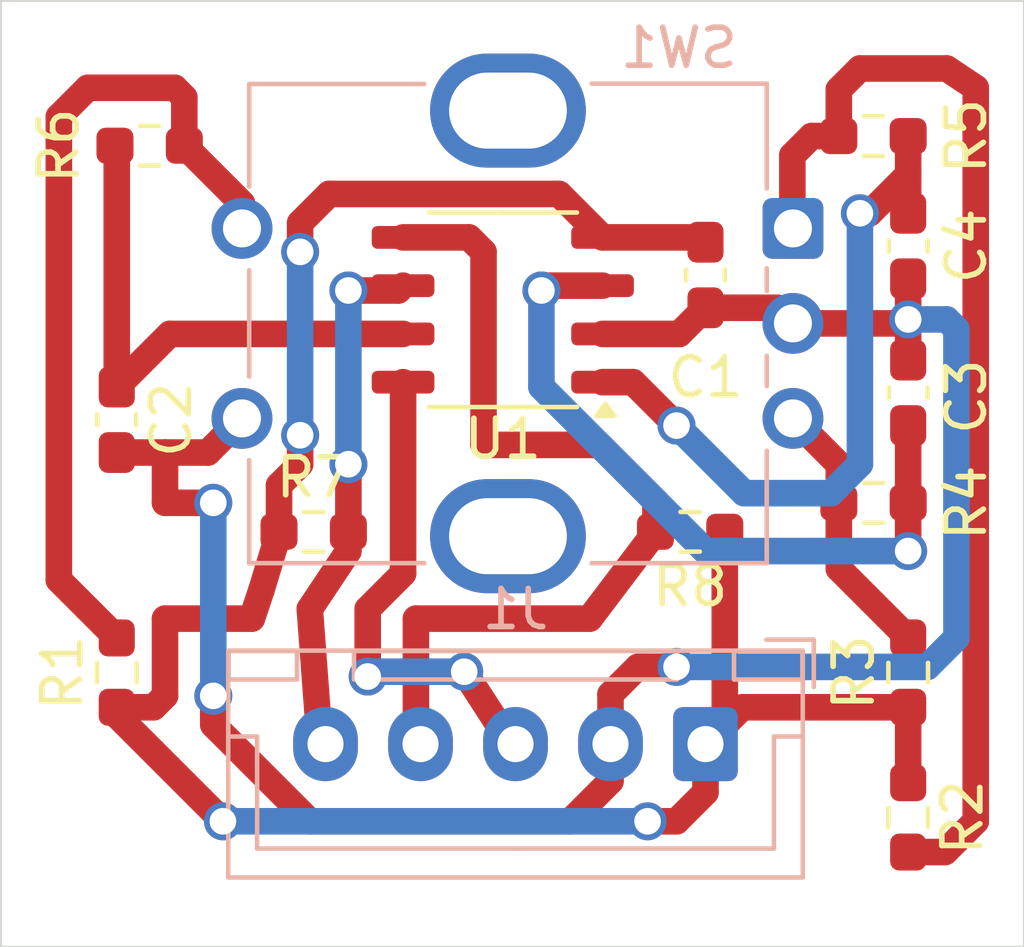
<source format=kicad_pcb>
(kicad_pcb (version 20240108) (generator "pcbnew") (generator_version "8.0")
  (layers (0 "F.Cu" signal) (31 "B.Cu" signal) (34 "B.Paste" user) (35 "F.Paste" user) (36 "B.SilkS" user "B.Silkscreen") (37 "F.SilkS" user "F.Silkscreen") (38 "B.Mask" user) (39 "F.Mask" user) (44 "Edge.Cuts" user))
  (net 0 "")
  (net 1 "+3V3")
  (net 2 "GND")
  (net 3 "Net-(U1-PC4)")
  (net 4 "Net-(U1-PA2)")
  (net 5 "Net-(U1-PD6{slash}PA1)")
  (net 6 "/SCL")
  (net 7 "/SDA")
  (net 8 "/SWD")
  (net 9 "Net-(R1-Pad2)")
  (net 10 "Net-(R2-Pad2)")
  (net 11 "Net-(R3-Pad2)")
  (footprint "Package_SO:SOP-8_3.9x4.9mm_P1.27mm" (layer "F.Cu") (at 32.004 34.036 180)
    (property "Reference" "U1" (at 0 -3.4 180) (layer "F.SilkS"))
    (property "Value" "CH32V003JxMx" (hide yes))
    (fp_line (start 0 2.56) (end 1.95 2.56) (stroke (width 0.12)) (layer "F.SilkS"))
    (fp_line (start 0 2.56) (end -1.95 2.56) (stroke (width 0.12)) (layer "F.SilkS"))
    (fp_line (start 0 -2.56) (end 1.95 -2.56) (stroke (width 0.12)) (layer "F.SilkS"))
    (fp_line (start 0 -2.56) (end -1.95 -2.56) (stroke (width 0.12)) (layer "F.SilkS"))
    (fp_poly (pts (xy -2.7 -2.465) (xy -2.94 -2.795) (xy -2.46 -2.795) (xy -2.7 -2.465)) (stroke (width 0.12)) (fill solid) (layer "F.SilkS"))
    (pad "1" smd roundrect (at -2.625 -1.905 180) (size 1.65 0.6) (layers "F.Cu" "F.Paste" "F.Mask") (net 5 "Net-(U1-PD6{slash}PA1)"))
    (pad "2" smd roundrect (at -2.625 -0.635 180) (size 1.65 0.6) (layers "F.Cu" "F.Paste" "F.Mask") (net 2 "GND"))
    (pad "3" smd roundrect (at -2.625 0.635 180) (size 1.65 0.6) (layers "F.Cu" "F.Paste" "F.Mask") (net 4 "Net-(U1-PA2)"))
    (pad "4" smd roundrect (at -2.625 1.905 180) (size 1.65 0.6) (layers "F.Cu" "F.Paste" "F.Mask") (net 1 "+3V3"))
    (pad "5" smd roundrect (at 2.625 1.905 180) (size 1.65 0.6) (layers "F.Cu" "F.Paste" "F.Mask") (net 7 "/SDA"))
    (pad "6" smd roundrect (at 2.625 0.635 180) (size 1.65 0.6) (layers "F.Cu" "F.Paste" "F.Mask") (net 6 "/SCL"))
    (pad "7" smd roundrect (at 2.625 -0.635 180) (size 1.65 0.6) (layers "F.Cu" "F.Paste" "F.Mask") (net 3 "Net-(U1-PC4)"))
    (pad "8" smd roundrect (at 2.625 -1.905 180) (size 1.65 0.6) (layers "F.Cu" "F.Paste" "F.Mask") (net 8 "/SWD"))
  )
  (footprint "Resistor_SMD:R_0603_1608Metric_Pad0.98x0.95mm_HandSolder" (layer "F.Cu") (at 41.7595 29.464)
    (property "Reference" "R5" (at 2.4365 0 90) (layer "F.SilkS"))
    (property "Value" "10kΩ")
    (fp_line (start -0.254724 -0.5225) (end 0.254724 -0.5225) (stroke (width 0.12)) (layer "F.SilkS"))
    (fp_line (start -0.254724 0.5225) (end 0.254724 0.5225) (stroke (width 0.12)) (layer "F.SilkS"))
    (pad "1" smd roundrect (at -0.9125 0) (size 0.975 0.95) (layers "F.Cu" "F.Paste" "F.Mask") (net 10 "Net-(R2-Pad2)"))
    (pad "2" smd roundrect (at 0.9125 0) (size 0.975 0.95) (layers "F.Cu" "F.Paste" "F.Mask") (net 5 "Net-(U1-PD6{slash}PA1)"))
  )
  (footprint "Resistor_SMD:R_0603_1608Metric_Pad0.98x0.95mm_HandSolder" (layer "F.Cu") (at 21.844 43.5845 90)
    (property "Reference" "R1" (at 0 -1.43 -90) (layer "F.SilkS"))
    (property "Value" "100kΩ")
    (fp_line (start -0.254724 -0.5225) (end 0.254724 -0.5225) (stroke (width 0.12)) (layer "F.SilkS"))
    (fp_line (start -0.254724 0.5225) (end 0.254724 0.5225) (stroke (width 0.12)) (layer "F.SilkS"))
    (pad "1" smd roundrect (at -0.9125 0 90) (size 0.975 0.95) (layers "F.Cu" "F.Paste" "F.Mask") (net 1 "+3V3"))
    (pad "2" smd roundrect (at 0.9125 0 90) (size 0.975 0.95) (layers "F.Cu" "F.Paste" "F.Mask") (net 9 "Net-(R1-Pad2)"))
  )
  (footprint "Capacitor_SMD:C_0603_1608Metric_Pad1.08x0.95mm_HandSolder" (layer "F.Cu") (at 21.844 36.9305 -90)
    (property "Reference" "C2" (at 0 -1.43 90) (layer "F.SilkS"))
    (property "Value" "100nF")
    (fp_line (start -0.146267 0.51) (end 0.146267 0.51) (stroke (width 0.12)) (layer "F.SilkS"))
    (fp_line (start -0.146267 -0.51) (end 0.146267 -0.51) (stroke (width 0.12)) (layer "F.SilkS"))
    (pad "1" smd roundrect (at -0.8625 0 270) (size 1.075 0.95) (layers "F.Cu" "F.Paste" "F.Mask") (net 3 "Net-(U1-PC4)"))
    (pad "2" smd roundrect (at 0.8625 0 270) (size 1.075 0.95) (layers "F.Cu" "F.Paste" "F.Mask") (net 2 "GND"))
  )
  (footprint "Resistor_SMD:R_0603_1608Metric_Pad0.98x0.95mm_HandSolder" (layer "F.Cu") (at 42.672 43.5845 90)
    (property "Reference" "R3" (at 0 -1.43 -90) (layer "F.SilkS"))
    (property "Value" "100kΩ")
    (fp_line (start -0.254724 -0.5225) (end 0.254724 -0.5225) (stroke (width 0.12)) (layer "F.SilkS"))
    (fp_line (start -0.254724 0.5225) (end 0.254724 0.5225) (stroke (width 0.12)) (layer "F.SilkS"))
    (pad "1" smd roundrect (at -0.9125 0 90) (size 0.975 0.95) (layers "F.Cu" "F.Paste" "F.Mask") (net 1 "+3V3"))
    (pad "2" smd roundrect (at 0.9125 0 90) (size 0.975 0.95) (layers "F.Cu" "F.Paste" "F.Mask") (net 11 "Net-(R3-Pad2)"))
  )
  (footprint "Resistor_SMD:R_0603_1608Metric_Pad0.98x0.95mm_HandSolder" (layer "F.Cu") (at 36.9335 39.878 180)
    (property "Reference" "R8" (at 0 -1.43 180) (layer "F.SilkS"))
    (property "Value" "∞")
    (fp_line (start -0.254724 0.5225) (end 0.254724 0.5225) (stroke (width 0.12)) (layer "F.SilkS"))
    (fp_line (start -0.254724 -0.5225) (end 0.254724 -0.5225) (stroke (width 0.12)) (layer "F.SilkS"))
    (pad "1" smd roundrect (at -0.9125 0 180) (size 0.975 0.95) (layers "F.Cu" "F.Paste" "F.Mask") (net 1 "+3V3"))
    (pad "2" smd roundrect (at 0.9125 0 180) (size 0.975 0.95) (layers "F.Cu" "F.Paste" "F.Mask") (net 7 "/SDA"))
  )
  (footprint "Resistor_SMD:R_0603_1608Metric_Pad0.98x0.95mm_HandSolder" (layer "F.Cu") (at 42.672 47.3945 -90)
    (property "Reference" "R2" (at 0 -1.43 90) (layer "F.SilkS"))
    (property "Value" "100kΩ")
    (fp_line (start -0.254724 0.5225) (end 0.254724 0.5225) (stroke (width 0.12)) (layer "F.SilkS"))
    (fp_line (start -0.254724 -0.5225) (end 0.254724 -0.5225) (stroke (width 0.12)) (layer "F.SilkS"))
    (pad "1" smd roundrect (at -0.9125 0 270) (size 0.975 0.95) (layers "F.Cu" "F.Paste" "F.Mask") (net 1 "+3V3"))
    (pad "2" smd roundrect (at 0.9125 0 270) (size 0.975 0.95) (layers "F.Cu" "F.Paste" "F.Mask") (net 10 "Net-(R2-Pad2)"))
  )
  (footprint "Resistor_SMD:R_0603_1608Metric_Pad0.98x0.95mm_HandSolder" (layer "F.Cu") (at 41.7595 39.116)
    (property "Reference" "R4" (at 2.4365 0 90) (layer "F.SilkS"))
    (property "Value" "10kΩ")
    (fp_line (start -0.254724 -0.5225) (end 0.254724 -0.5225) (stroke (width 0.12)) (layer "F.SilkS"))
    (fp_line (start -0.254724 0.5225) (end 0.254724 0.5225) (stroke (width 0.12)) (layer "F.SilkS"))
    (pad "1" smd roundrect (at -0.9125 0) (size 0.975 0.95) (layers "F.Cu" "F.Paste" "F.Mask") (net 11 "Net-(R3-Pad2)"))
    (pad "2" smd roundrect (at 0.9125 0) (size 0.975 0.95) (layers "F.Cu" "F.Paste" "F.Mask") (net 4 "Net-(U1-PA2)"))
  )
  (footprint "Resistor_SMD:R_0603_1608Metric_Pad0.98x0.95mm_HandSolder" (layer "F.Cu") (at 27.0275 39.878)
    (property "Reference" "R7" (at 0 -1.43 0) (layer "F.SilkS"))
    (property "Value" "∞")
    (fp_line (start -0.254724 -0.5225) (end 0.254724 -0.5225) (stroke (width 0.12)) (layer "F.SilkS"))
    (fp_line (start -0.254724 0.5225) (end 0.254724 0.5225) (stroke (width 0.12)) (layer "F.SilkS"))
    (pad "1" smd roundrect (at -0.9125 0) (size 0.975 0.95) (layers "F.Cu" "F.Paste" "F.Mask") (net 1 "+3V3"))
    (pad "2" smd roundrect (at 0.9125 0) (size 0.975 0.95) (layers "F.Cu" "F.Paste" "F.Mask") (net 6 "/SCL"))
  )
  (footprint "Capacitor_SMD:C_0603_1608Metric_Pad1.08x0.95mm_HandSolder" (layer "F.Cu") (at 37.338 33.1205 -90)
    (property "Reference" "C1" (at 2.6935 0 180) (layer "F.SilkS"))
    (property "Value" "100n")
    (fp_line (start -0.146267 0.51) (end 0.146267 0.51) (stroke (width 0.12)) (layer "F.SilkS"))
    (fp_line (start -0.146267 -0.51) (end 0.146267 -0.51) (stroke (width 0.12)) (layer "F.SilkS"))
    (pad "1" smd roundrect (at -0.8625 0 270) (size 1.075 0.95) (layers "F.Cu" "F.Paste" "F.Mask") (net 1 "+3V3"))
    (pad "2" smd roundrect (at 0.8625 0 270) (size 1.075 0.95) (layers "F.Cu" "F.Paste" "F.Mask") (net 2 "GND"))
  )
  (footprint "Capacitor_SMD:C_0603_1608Metric_Pad1.08x0.95mm_HandSolder" (layer "F.Cu") (at 42.672 36.2215 90)
    (property "Reference" "C3" (at -0.1005 1.524 -90) (layer "F.SilkS"))
    (property "Value" "100n")
    (fp_line (start -0.146267 -0.51) (end 0.146267 -0.51) (stroke (width 0.12)) (layer "F.SilkS"))
    (fp_line (start -0.146267 0.51) (end 0.146267 0.51) (stroke (width 0.12)) (layer "F.SilkS"))
    (pad "1" smd roundrect (at -0.8625 0 90) (size 1.075 0.95) (layers "F.Cu" "F.Paste" "F.Mask") (net 4 "Net-(U1-PA2)"))
    (pad "2" smd roundrect (at 0.8625 0 90) (size 1.075 0.95) (layers "F.Cu" "F.Paste" "F.Mask") (net 2 "GND"))
  )
  (footprint "Capacitor_SMD:C_0603_1608Metric_Pad1.08x0.95mm_HandSolder" (layer "F.Cu") (at 42.672 32.3585 -90)
    (property "Reference" "C4" (at 0 -1.524 90) (layer "F.SilkS"))
    (property "Value" "100n")
    (fp_line (start -0.146267 0.51) (end 0.146267 0.51) (stroke (width 0.12)) (layer "F.SilkS"))
    (fp_line (start -0.146267 -0.51) (end 0.146267 -0.51) (stroke (width 0.12)) (layer "F.SilkS"))
    (pad "1" smd roundrect (at -0.8625 0 270) (size 1.075 0.95) (layers "F.Cu" "F.Paste" "F.Mask") (net 5 "Net-(U1-PD6{slash}PA1)"))
    (pad "2" smd roundrect (at 0.8625 0 270) (size 1.075 0.95) (layers "F.Cu" "F.Paste" "F.Mask") (net 2 "GND"))
  )
  (footprint "Resistor_SMD:R_0603_1608Metric_Pad0.98x0.95mm_HandSolder" (layer "F.Cu") (at 22.7095 29.718 180)
    (property "Reference" "R6" (at 2.3895 0 -90) (layer "F.SilkS"))
    (property "Value" "10kΩ")
    (fp_line (start -0.254724 0.5225) (end 0.254724 0.5225) (stroke (width 0.12)) (layer "F.SilkS"))
    (fp_line (start -0.254724 -0.5225) (end 0.254724 -0.5225) (stroke (width 0.12)) (layer "F.SilkS"))
    (pad "1" smd roundrect (at -0.9125 0 180) (size 0.975 0.95) (layers "F.Cu" "F.Paste" "F.Mask") (net 9 "Net-(R1-Pad2)"))
    (pad "2" smd roundrect (at 0.9125 0 180) (size 0.975 0.95) (layers "F.Cu" "F.Paste" "F.Mask") (net 3 "Net-(U1-PC4)"))
  )
  (footprint "Rotary_Encoder:RotaryEncoder_Bourns_Vertical_PEC12R-3x17F-Sxxxx" (layer "B.Cu") (at 39.6395 31.894 180)
    (property "Reference" "SW1" (at 3 4.75 180) (layer "B.SilkS") (effects (justify mirror)))
    (property "Value" "RotaryEncoder_Switch" (hide yes))
    (fp_line (start 14.31 3.8) (end 9.7 3.8) (stroke (width 0.12)) (layer "B.SilkS"))
    (fp_line (start 14.31 1.1) (end 14.31 3.8) (stroke (width 0.12)) (layer "B.SilkS"))
    (fp_line (start 14.31 -3.9) (end 14.31 -1.1) (stroke (width 0.12)) (layer "B.SilkS"))
    (fp_line (start 14.31 -8.81) (end 14.31 -6.1) (stroke (width 0.12)) (layer "B.SilkS"))
    (fp_line (start 9.7 -8.81) (end 14.31 -8.81) (stroke (width 0.12)) (layer "B.SilkS"))
    (fp_line (start 5.3 3.81) (end 0.69 3.81) (stroke (width 0.12)) (layer "B.SilkS"))
    (fp_line (start 0.69 3.81) (end 0.69 1.05) (stroke (width 0.12)) (layer "B.SilkS"))
    (fp_line (start 0.69 -1.65) (end 0.69 -1.05) (stroke (width 0.12)) (layer "B.SilkS"))
    (fp_line (start 0.69 -4.15) (end 0.69 -3.35) (stroke (width 0.12)) (layer "B.SilkS"))
    (fp_line (start 0.69 -8.81) (end 5.3 -8.81) (stroke (width 0.12)) (layer "B.SilkS"))
    (fp_line (start 0.69 -8.81) (end 0.69 -5.85) (stroke (width 0.12)) (layer "B.SilkS"))
    (pad "A" thru_hole roundrect (at 0 0 180) (size 1.6 1.6) (drill 1) (layers "*.Cu" "*.Mask") (roundrect_rratio 0.15625) (net 10 "Net-(R2-Pad2)"))
    (pad "B" thru_hole circle (at 0 -5 180) (size 1.6 1.6) (drill 1) (layers "*.Cu" "*.Mask") (net 11 "Net-(R3-Pad2)"))
    (pad "C" thru_hole circle (at 0 -2.5 180) (size 1.6 1.6) (drill 1) (layers "*.Cu" "*.Mask") (net 2 "GND"))
    (pad "S1" thru_hole circle (at 14.5 0 180) (size 1.6 1.6) (drill 1) (layers "*.Cu" "*.Mask") (net 9 "Net-(R1-Pad2)"))
    (pad "S2" thru_hole circle (at 14.5 -5 180) (size 1.6 1.6) (drill 1) (layers "*.Cu" "*.Mask") (net 2 "GND"))
    (pad "SH" thru_hole oval (at 7.5 -8.1 180) (size 4.1 3) (drill oval 3.1 2) (layers "*.Cu" "*.Mask"))
    (pad "SH" thru_hole oval (at 7.5 3.1 180) (size 4.1 3) (drill oval 3.1 2) (layers "*.Cu" "*.Mask"))
  )
  (footprint "Connector_JST:JST_XH_B5B-XH-A_1x05_P2.50mm_Vertical" (layer "B.Cu") (at 37.338 45.466 180)
    (property "Reference" "J1" (at 5 3.55 180) (layer "B.SilkS") (effects (justify mirror)))
    (property "Value" "Conn" (hide yes))
    (fp_line (start 12.56 2.46) (end 12.56 -3.51) (stroke (width 0.12)) (layer "B.SilkS"))
    (fp_line (start 12.56 -3.51) (end -2.56 -3.51) (stroke (width 0.12)) (layer "B.SilkS"))
    (fp_line (start 12.55 2.45) (end 12.55 1.7) (stroke (width 0.12)) (layer "B.SilkS"))
    (fp_line (start 12.55 1.7) (end 10.75 1.7) (stroke (width 0.12)) (layer "B.SilkS"))
    (fp_line (start 11.8 0.2) (end 12.55 0.2) (stroke (width 0.12)) (layer "B.SilkS"))
    (fp_line (start 11.8 -2.75) (end 11.8 0.2) (stroke (width 0.12)) (layer "B.SilkS"))
    (fp_line (start 10.75 2.45) (end 12.55 2.45) (stroke (width 0.12)) (layer "B.SilkS"))
    (fp_line (start 10.75 1.7) (end 10.75 2.45) (stroke (width 0.12)) (layer "B.SilkS"))
    (fp_line (start 9.25 2.45) (end 9.25 1.7) (stroke (width 0.12)) (layer "B.SilkS"))
    (fp_line (start 9.25 1.7) (end 0.75 1.7) (stroke (width 0.12)) (layer "B.SilkS"))
    (fp_line (start 5 -2.75) (end 11.8 -2.75) (stroke (width 0.12)) (layer "B.SilkS"))
    (fp_line (start 5 -2.75) (end -1.8 -2.75) (stroke (width 0.12)) (layer "B.SilkS"))
    (fp_line (start 0.75 2.45) (end 9.25 2.45) (stroke (width 0.12)) (layer "B.SilkS"))
    (fp_line (start 0.75 1.7) (end 0.75 2.45) (stroke (width 0.12)) (layer "B.SilkS"))
    (fp_line (start -0.75 2.45) (end -0.75 1.7) (stroke (width 0.12)) (layer "B.SilkS"))
    (fp_line (start -0.75 1.7) (end -2.55 1.7) (stroke (width 0.12)) (layer "B.SilkS"))
    (fp_line (start -1.8 0.2) (end -2.55 0.2) (stroke (width 0.12)) (layer "B.SilkS"))
    (fp_line (start -1.8 -2.75) (end -1.8 0.2) (stroke (width 0.12)) (layer "B.SilkS"))
    (fp_line (start -2.55 2.45) (end -0.75 2.45) (stroke (width 0.12)) (layer "B.SilkS"))
    (fp_line (start -2.55 1.7) (end -2.55 2.45) (stroke (width 0.12)) (layer "B.SilkS"))
    (fp_line (start -2.56 2.46) (end 12.56 2.46) (stroke (width 0.12)) (layer "B.SilkS"))
    (fp_line (start -2.56 -3.51) (end -2.56 2.46) (stroke (width 0.12)) (layer "B.SilkS"))
    (fp_line (start -2.85 2.75) (end -1.6 2.75) (stroke (width 0.12)) (layer "B.SilkS"))
    (fp_line (start -2.85 1.5) (end -2.85 2.75) (stroke (width 0.12)) (layer "B.SilkS"))
    (pad "1" thru_hole roundrect (at 0 0 180) (size 1.7 1.95) (drill 0.95) (layers "*.Cu" "*.Mask") (roundrect_rratio 0.147059) (net 1 "+3V3"))
    (pad "2" thru_hole oval (at 2.5 0 180) (size 1.7 1.95) (drill 0.95) (layers "*.Cu" "*.Mask") (net 2 "GND"))
    (pad "3" thru_hole oval (at 5 0 180) (size 1.7 1.95) (drill 0.95) (layers "*.Cu" "*.Mask") (net 8 "/SWD"))
    (pad "4" thru_hole oval (at 7.5 0 180) (size 1.7 1.95) (drill 0.95) (layers "*.Cu" "*.Mask") (net 7 "/SDA"))
    (pad "5" thru_hole oval (at 10 0 180) (size 1.7 1.95) (drill 0.95) (layers "*.Cu" "*.Mask") (net 6 "/SCL"))
  )
  (gr_rect (start 18.796 25.908) (end 45.72 50.8) (stroke (width 0.05)) (fill none) (layer "Edge.Cuts"))
  (segment (start 21.844 44.704) (end 24.638 47.498) (width 0.7) (layer "F.Cu") (net 1))
  (segment (start 38.307 44.497) (end 37.338 45.466) (width 0.7) (layer "F.Cu") (net 1))
  (segment (start 42.672 44.497) (end 42.672 46.482) (width 0.7) (layer "F.Cu") (net 1))
  (segment (start 36.576 47.498) (end 37.338 46.736) (width 0.7) (layer "F.Cu") (net 1))
  (segment (start 26.115 38.655) (end 26.67 38.1) (width 0.7) (layer "F.Cu") (net 1))
  (segment (start 26.67 32.512) (end 26.67 31.75) (width 0.7) (layer "F.Cu") (net 1))
  (segment (start 22.813 44.497) (end 21.844 44.497) (width 0.7) (layer "F.Cu") (net 1))
  (segment (start 33.486 30.988) (end 34.629 32.131) (width 0.7) (layer "F.Cu") (net 1))
  (segment (start 27.432 30.988) (end 33.486 30.988) (width 0.7) (layer "F.Cu") (net 1))
  (segment (start 23.114 42.164) (end 23.114 44.196) (width 0.7) (layer "F.Cu") (net 1))
  (segment (start 42.672 44.497) (end 38.307 44.497) (width 0.7) (layer "F.Cu") (net 1))
  (segment (start 37.846 44.958) (end 37.338 45.466) (width 0.7) (layer "F.Cu") (net 1))
  (segment (start 26.67 31.75) (end 27.432 30.988) (width 0.7) (layer "F.Cu") (net 1))
  (segment (start 23.114 44.196) (end 22.813 44.497) (width 0.7) (layer "F.Cu") (net 1))
  (segment (start 37.846 39.878) (end 37.846 44.958) (width 0.7) (layer "F.Cu") (net 1))
  (segment (start 25.4 42.164) (end 23.114 42.164) (width 0.7) (layer "F.Cu") (net 1))
  (segment (start 37.338 46.736) (end 37.338 45.466) (width 0.7) (layer "F.Cu") (net 1))
  (segment (start 26.67 38.1) (end 26.67 37.338) (width 0.7) (layer "F.Cu") (net 1))
  (segment (start 25.654 41.402) (end 25.4 42.164) (width 0.7) (layer "F.Cu") (net 1))
  (segment (start 26.115 39.878) (end 26.115 38.655) (width 0.7) (layer "F.Cu") (net 1))
  (segment (start 26.115 39.878) (end 25.654 41.402) (width 0.7) (layer "F.Cu") (net 1))
  (segment (start 35.814 47.498) (end 36.576 47.498) (width 0.7) (layer "F.Cu") (net 1))
  (segment (start 21.844 44.497) (end 21.844 44.704) (width 0.7) (layer "F.Cu") (net 1))
  (segment (start 34.629 32.131) (end 37.211 32.131) (width 0.7) (layer "F.Cu") (net 1))
  (segment (start 37.211 32.131) (end 37.338 32.258) (width 0.7) (layer "F.Cu") (net 1))
  (via (at 24.638 47.498) (size 1) (drill 0.7) (layers "F.Cu" "B.Cu") (net 1))
  (via (at 26.67 37.338) (size 1) (drill 0.7) (layers "F.Cu" "B.Cu") (net 1))
  (via (at 35.814 47.498) (size 1) (drill 0.7) (layers "F.Cu" "B.Cu") (net 1))
  (via (at 26.67 32.512) (size 1) (drill 0.7) (layers "F.Cu" "B.Cu") (net 1))
  (segment (start 26.67 37.338) (end 26.67 32.512) (width 0.7) (layer "B.Cu") (net 1))
  (segment (start 24.638 47.498) (end 35.814 47.498) (width 0.7) (layer "B.Cu") (net 1))
  (segment (start 42.672 33.221) (end 42.672 34.29) (width 0.7) (layer "F.Cu") (net 2))
  (segment (start 36.576 43.434) (end 35.56 43.434) (width 0.7) (layer "F.Cu") (net 2))
  (segment (start 42.672 34.29) (end 42.672 35.359) (width 0.7) (layer "F.Cu") (net 2))
  (segment (start 24.384 44.196) (end 24.384 44.958) (width 0.7) (layer "F.Cu") (net 2))
  (segment (start 24.384 39.116) (end 23.114 39.116) (width 0.7) (layer "F.Cu") (net 2))
  (segment (start 21.844 37.793) (end 23.114 37.793) (width 0.7) (layer "F.Cu") (net 2))
  (segment (start 37.338 33.983) (end 39.2285 33.983) (width 0.7) (layer "F.Cu") (net 2))
  (segment (start 35.56 43.434) (end 34.838 44.156) (width 0.7) (layer "F.Cu") (net 2))
  (segment (start 34.838 46.442) (end 34.838 45.466) (width 0.7) (layer "F.Cu") (net 2))
  (segment (start 24.2405 37.793) (end 25.1395 36.894) (width 0.7) (layer "F.Cu") (net 2))
  (segment (start 23.114 37.793) (end 24.2405 37.793) (width 0.7) (layer "F.Cu") (net 2))
  (segment (start 39.2285 33.983) (end 39.6395 34.394) (width 0.7) (layer "F.Cu") (net 2))
  (segment (start 26.924 47.498) (end 33.782 47.498) (width 0.7) (layer "F.Cu") (net 2))
  (segment (start 39.6395 34.394) (end 42.568 34.394) (width 0.7) (layer "F.Cu") (net 2))
  (segment (start 23.114 39.116) (end 23.114 37.793) (width 0.7) (layer "F.Cu") (net 2))
  (segment (start 34.629 34.671) (end 36.65 34.671) (width 0.7) (layer "F.Cu") (net 2))
  (segment (start 34.838 44.156) (end 34.838 45.466) (width 0.7) (layer "F.Cu") (net 2))
  (segment (start 33.782 47.498) (end 34.838 46.442) (width 0.7) (layer "F.Cu") (net 2))
  (segment (start 36.65 34.671) (end 37.338 33.983) (width 0.7) (layer "F.Cu") (net 2))
  (segment (start 24.384 44.958) (end 26.924 47.498) (width 0.7) (layer "F.Cu") (net 2))
  (segment (start 42.568 34.394) (end 42.672 34.29) (width 0.7) (layer "F.Cu") (net 2))
  (via (at 24.384 44.196) (size 1) (drill 0.7) (layers "F.Cu" "B.Cu") (net 2))
  (via (at 42.672 34.29) (size 1) (drill 0.7) (layers "F.Cu" "B.Cu") (net 2))
  (via (at 24.384 39.116) (size 1) (drill 0.7) (layers "F.Cu" "B.Cu") (net 2))
  (via (at 36.576 43.434) (size 1) (drill 0.7) (layers "F.Cu" "B.Cu") (net 2))
  (segment (start 24.384 44.196) (end 24.384 39.116) (width 0.7) (layer "B.Cu") (net 2))
  (segment (start 43.942 42.672) (end 43.18 43.434) (width 0.7) (layer "B.Cu") (net 2))
  (segment (start 43.942 34.544) (end 43.942 42.672) (width 0.7) (layer "B.Cu") (net 2))
  (segment (start 42.672 34.29) (end 43.688 34.29) (width 0.7) (layer "B.Cu") (net 2))
  (segment (start 43.18 43.434) (end 36.576 43.434) (width 0.7) (layer "B.Cu") (net 2))
  (segment (start 43.688 34.29) (end 43.942 34.544) (width 0.7) (layer "B.Cu") (net 2))
  (segment (start 21.844 29.765) (end 21.844 36.068) (width 0.7) (layer "F.Cu") (net 3))
  (segment (start 21.797 29.718) (end 21.844 29.765) (width 0.7) (layer "F.Cu") (net 3))
  (segment (start 21.844 36.068) (end 23.241 34.671) (width 0.7) (layer "F.Cu") (net 3))
  (segment (start 23.241 34.671) (end 29.379 34.671) (width 0.7) (layer "F.Cu") (net 3))
  (segment (start 34.629 33.401) (end 33.147 33.401) (width 0.7) (layer "F.Cu") (net 4))
  (segment (start 33.147 33.401) (end 33.02 33.528) (width 0.7) (layer "F.Cu") (net 4))
  (segment (start 42.672 40.386) (end 42.672 39.116) (width 0.7) (layer "F.Cu") (net 4))
  (segment (start 42.672 37.084) (end 42.672 39.116) (width 0.7) (layer "F.Cu") (net 4))
  (via (at 33.02 33.528) (size 1) (drill 0.7) (layers "F.Cu" "B.Cu") (net 4))
  (via (at 42.672 40.386) (size 1) (drill 0.7) (layers "F.Cu" "B.Cu") (net 4))
  (segment (start 37.338 40.386) (end 42.672 40.386) (width 0.7) (layer "B.Cu") (net 4))
  (segment (start 33.02 33.528) (end 33.02 36.068) (width 0.7) (layer "B.Cu") (net 4))
  (segment (start 33.02 36.068) (end 37.338 40.386) (width 0.7) (layer "B.Cu") (net 4))
  (segment (start 34.629 35.941) (end 35.433 35.941) (width 0.7) (layer "F.Cu") (net 5))
  (segment (start 35.433 35.941) (end 36.576 37.084) (width 0.7) (layer "F.Cu") (net 5))
  (segment (start 42.672 29.464) (end 42.672 30.48) (width 0.7) (layer "F.Cu") (net 5))
  (segment (start 41.402 31.496) (end 41.656 31.496) (width 0.7) (layer "F.Cu") (net 5))
  (segment (start 42.672 30.48) (end 42.672 31.496) (width 0.7) (layer "F.Cu") (net 5))
  (segment (start 41.656 31.496) (end 42.672 30.48) (width 0.7) (layer "F.Cu") (net 5))
  (via (at 36.576 37.084) (size 1) (drill 0.7) (layers "F.Cu" "B.Cu") (net 5))
  (via (at 41.402 31.496) (size 1) (drill 0.7) (layers "F.Cu" "B.Cu") (net 5))
  (segment (start 36.576 37.084) (end 38.354 38.862) (width 0.7) (layer "B.Cu") (net 5))
  (segment (start 40.64 38.862) (end 41.402 38.1) (width 0.7) (layer "B.Cu") (net 5))
  (segment (start 38.354 38.862) (end 40.64 38.862) (width 0.7) (layer "B.Cu") (net 5))
  (segment (start 41.402 38.1) (end 41.402 31.496) (width 0.7) (layer "B.Cu") (net 5))
  (segment (start 27.94 33.528) (end 29.252 33.528) (width 0.7) (layer "F.Cu") (net 6))
  (segment (start 27.94 39.878) (end 27.94 40.386) (width 0.7) (layer "F.Cu") (net 6))
  (segment (start 26.924 41.91) (end 27.178 45.306) (width 0.7) (layer "F.Cu") (net 6))
  (segment (start 27.178 45.306) (end 27.338 45.466) (width 0.7) (layer "F.Cu") (net 6))
  (segment (start 27.94 39.878) (end 27.94 38.1) (width 0.7) (layer "F.Cu") (net 6))
  (segment (start 29.252 33.528) (end 29.379 33.401) (width 0.7) (layer "F.Cu") (net 6))
  (segment (start 27.94 40.386) (end 26.924 41.91) (width 0.7) (layer "F.Cu") (net 6))
  (via (at 27.94 33.528) (size 1) (drill 0.7) (layers "F.Cu" "B.Cu") (net 6))
  (via (at 27.94 38.1) (size 1) (drill 0.7) (layers "F.Cu" "B.Cu") (net 6))
  (segment (start 27.94 38.1) (end 27.94 33.528) (width 0.7) (layer "B.Cu") (net 6))
  (segment (start 29.838 45.466) (end 29.718 45.346) (width 0.7) (layer "F.Cu") (net 7))
  (segment (start 31.496 32.512) (end 31.496 37.592) (width 0.7) (layer "F.Cu") (net 7))
  (segment (start 29.718 42.164) (end 34.29 42.164) (width 0.7) (layer "F.Cu") (net 7))
  (segment (start 34.544 37.592) (end 36.021 39.069) (width 0.7) (layer "F.Cu") (net 7))
  (segment (start 36.021 39.069) (end 36.021 39.878) (width 0.7) (layer "F.Cu") (net 7))
  (segment (start 29.718 45.346) (end 29.718 42.164) (width 0.7) (layer "F.Cu") (net 7))
  (segment (start 34.29 42.164) (end 36.021 39.878) (width 0.7) (layer "F.Cu") (net 7))
  (segment (start 31.496 37.592) (end 34.544 37.592) (width 0.7) (layer "F.Cu") (net 7))
  (segment (start 31.115 32.131) (end 31.496 32.512) (width 0.7) (layer "F.Cu") (net 7))
  (segment (start 29.379 32.131) (end 31.115 32.131) (width 0.7) (layer "F.Cu") (net 7))
  (segment (start 29.379 40.979) (end 28.448 41.91) (width 0.7) (layer "F.Cu") (net 8))
  (segment (start 32.338 45.466) (end 32.338 45.038) (width 0.7) (layer "F.Cu") (net 8))
  (segment (start 29.379 35.941) (end 29.379 40.979) (width 0.7) (layer "F.Cu") (net 8))
  (segment (start 32.004 45.132) (end 32.338 45.466) (width 0.7) (layer "F.Cu") (net 8))
  (segment (start 30.988 43.561) (end 32.004 45.132) (width 0.7) (layer "F.Cu") (net 8))
  (segment (start 28.448 41.91) (end 28.448 43.688) (width 0.7) (layer "F.Cu") (net 8))
  (via (at 30.988 43.561) (size 1) (drill 0.7) (layers "F.Cu" "B.Cu") (net 8))
  (via (at 28.448 43.688) (size 1) (drill 0.7) (layers "F.Cu" "B.Cu") (net 8))
  (segment (start 28.575 43.561) (end 28.448 43.688) (width 0.7) (layer "B.Cu") (net 8))
  (segment (start 30.988 43.561) (end 28.575 43.561) (width 0.7) (layer "B.Cu") (net 8))
  (segment (start 20.32 41.148) (end 21.844 42.672) (width 0.7) (layer "F.Cu") (net 9))
  (segment (start 21.082 28.194) (end 20.32 28.956) (width 0.7) (layer "F.Cu") (net 9))
  (segment (start 23.622 29.718) (end 25.1395 31.2355) (width 0.7) (layer "F.Cu") (net 9))
  (segment (start 25.1395 31.2355) (end 25.1395 31.894) (width 0.7) (layer "F.Cu") (net 9))
  (segment (start 23.622 28.448) (end 23.368 28.194) (width 0.7) (layer "F.Cu") (net 9))
  (segment (start 23.622 29.718) (end 23.622 28.448) (width 0.7) (layer "F.Cu") (net 9))
  (segment (start 20.32 28.956) (end 20.32 41.148) (width 0.7) (layer "F.Cu") (net 9))
  (segment (start 23.368 28.194) (end 21.082 28.194) (width 0.7) (layer "F.Cu") (net 9))
  (segment (start 44.45 28.194) (end 43.688 27.686) (width 0.7) (layer "F.Cu") (net 10))
  (segment (start 43.688 27.686) (end 41.402 27.686) (width 0.7) (layer "F.Cu") (net 10))
  (segment (start 44.45 47.498) (end 44.45 28.194) (width 0.7) (layer "F.Cu") (net 10))
  (segment (start 40.132 29.464) (end 39.624 29.972) (width 0.7) (layer "F.Cu") (net 10))
  (segment (start 40.847 28.241) (end 40.847 29.464) (width 0.7) (layer "F.Cu") (net 10))
  (segment (start 43.641 48.307) (end 44.45 47.498) (width 0.7) (layer "F.Cu") (net 10))
  (segment (start 42.672 48.307) (end 43.641 48.307) (width 0.7) (layer "F.Cu") (net 10))
  (segment (start 39.624 29.972) (end 39.624 31.8785) (width 0.7) (layer "F.Cu") (net 10))
  (segment (start 40.847 29.464) (end 40.132 29.464) (width 0.7) (layer "F.Cu") (net 10))
  (segment (start 41.402 27.686) (end 40.847 28.241) (width 0.7) (layer "F.Cu") (net 10))
  (segment (start 39.624 31.8785) (end 39.6395 31.894) (width 0.7) (layer "F.Cu") (net 10))
  (segment (start 40.847 40.847) (end 42.672 42.672) (width 0.7) (layer "F.Cu") (net 11))
  (segment (start 40.847 39.116) (end 40.847 38.1015) (width 0.7) (layer "F.Cu") (net 11))
  (segment (start 40.847 38.1015) (end 39.6395 36.894) (width 0.7) (layer "F.Cu") (net 11))
  (segment (start 40.847 39.116) (end 40.847 40.847) (width 0.7) (layer "F.Cu") (net 11))
)
</source>
